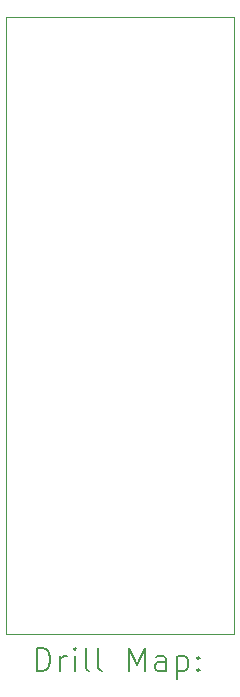
<source format=gbr>
%TF.GenerationSoftware,KiCad,Pcbnew,9.0.7*%
%TF.CreationDate,2026-02-14T15:35:37+11:00*%
%TF.ProjectId,16BitFlashROM_Adaptor,31364269-7446-46c6-9173-68524f4d5f41,rev?*%
%TF.SameCoordinates,Original*%
%TF.FileFunction,Drillmap*%
%TF.FilePolarity,Positive*%
%FSLAX45Y45*%
G04 Gerber Fmt 4.5, Leading zero omitted, Abs format (unit mm)*
G04 Created by KiCad (PCBNEW 9.0.7) date 2026-02-14 15:35:37*
%MOMM*%
%LPD*%
G01*
G04 APERTURE LIST*
%ADD10C,0.100000*%
%ADD11C,0.200000*%
G04 APERTURE END LIST*
D10*
X13770000Y-8690000D02*
X15694000Y-8690000D01*
X15694000Y-13916000D01*
X13770000Y-13916000D01*
X13770000Y-8690000D01*
D11*
X14025777Y-14232484D02*
X14025777Y-14032484D01*
X14025777Y-14032484D02*
X14073396Y-14032484D01*
X14073396Y-14032484D02*
X14101967Y-14042008D01*
X14101967Y-14042008D02*
X14121015Y-14061055D01*
X14121015Y-14061055D02*
X14130539Y-14080103D01*
X14130539Y-14080103D02*
X14140062Y-14118198D01*
X14140062Y-14118198D02*
X14140062Y-14146769D01*
X14140062Y-14146769D02*
X14130539Y-14184865D01*
X14130539Y-14184865D02*
X14121015Y-14203912D01*
X14121015Y-14203912D02*
X14101967Y-14222960D01*
X14101967Y-14222960D02*
X14073396Y-14232484D01*
X14073396Y-14232484D02*
X14025777Y-14232484D01*
X14225777Y-14232484D02*
X14225777Y-14099150D01*
X14225777Y-14137246D02*
X14235301Y-14118198D01*
X14235301Y-14118198D02*
X14244824Y-14108674D01*
X14244824Y-14108674D02*
X14263872Y-14099150D01*
X14263872Y-14099150D02*
X14282920Y-14099150D01*
X14349586Y-14232484D02*
X14349586Y-14099150D01*
X14349586Y-14032484D02*
X14340062Y-14042008D01*
X14340062Y-14042008D02*
X14349586Y-14051531D01*
X14349586Y-14051531D02*
X14359110Y-14042008D01*
X14359110Y-14042008D02*
X14349586Y-14032484D01*
X14349586Y-14032484D02*
X14349586Y-14051531D01*
X14473396Y-14232484D02*
X14454348Y-14222960D01*
X14454348Y-14222960D02*
X14444824Y-14203912D01*
X14444824Y-14203912D02*
X14444824Y-14032484D01*
X14578158Y-14232484D02*
X14559110Y-14222960D01*
X14559110Y-14222960D02*
X14549586Y-14203912D01*
X14549586Y-14203912D02*
X14549586Y-14032484D01*
X14806729Y-14232484D02*
X14806729Y-14032484D01*
X14806729Y-14032484D02*
X14873396Y-14175341D01*
X14873396Y-14175341D02*
X14940062Y-14032484D01*
X14940062Y-14032484D02*
X14940062Y-14232484D01*
X15121015Y-14232484D02*
X15121015Y-14127722D01*
X15121015Y-14127722D02*
X15111491Y-14108674D01*
X15111491Y-14108674D02*
X15092443Y-14099150D01*
X15092443Y-14099150D02*
X15054348Y-14099150D01*
X15054348Y-14099150D02*
X15035301Y-14108674D01*
X15121015Y-14222960D02*
X15101967Y-14232484D01*
X15101967Y-14232484D02*
X15054348Y-14232484D01*
X15054348Y-14232484D02*
X15035301Y-14222960D01*
X15035301Y-14222960D02*
X15025777Y-14203912D01*
X15025777Y-14203912D02*
X15025777Y-14184865D01*
X15025777Y-14184865D02*
X15035301Y-14165817D01*
X15035301Y-14165817D02*
X15054348Y-14156293D01*
X15054348Y-14156293D02*
X15101967Y-14156293D01*
X15101967Y-14156293D02*
X15121015Y-14146769D01*
X15216253Y-14099150D02*
X15216253Y-14299150D01*
X15216253Y-14108674D02*
X15235301Y-14099150D01*
X15235301Y-14099150D02*
X15273396Y-14099150D01*
X15273396Y-14099150D02*
X15292443Y-14108674D01*
X15292443Y-14108674D02*
X15301967Y-14118198D01*
X15301967Y-14118198D02*
X15311491Y-14137246D01*
X15311491Y-14137246D02*
X15311491Y-14194388D01*
X15311491Y-14194388D02*
X15301967Y-14213436D01*
X15301967Y-14213436D02*
X15292443Y-14222960D01*
X15292443Y-14222960D02*
X15273396Y-14232484D01*
X15273396Y-14232484D02*
X15235301Y-14232484D01*
X15235301Y-14232484D02*
X15216253Y-14222960D01*
X15397205Y-14213436D02*
X15406729Y-14222960D01*
X15406729Y-14222960D02*
X15397205Y-14232484D01*
X15397205Y-14232484D02*
X15387682Y-14222960D01*
X15387682Y-14222960D02*
X15397205Y-14213436D01*
X15397205Y-14213436D02*
X15397205Y-14232484D01*
X15397205Y-14108674D02*
X15406729Y-14118198D01*
X15406729Y-14118198D02*
X15397205Y-14127722D01*
X15397205Y-14127722D02*
X15387682Y-14118198D01*
X15387682Y-14118198D02*
X15397205Y-14108674D01*
X15397205Y-14108674D02*
X15397205Y-14127722D01*
M02*

</source>
